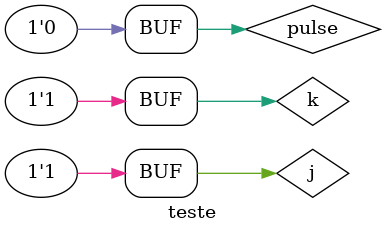
<source format=v>

`include "jkff.v"

module teste;
	wire a, b, c, d, e;
	wire anot, bnot, cnot, dnot, enot; //saidas com valores indeterminados. Nao sei o motivo
	wire an, bn, cn, dn, en;
	wire x, y, w, z;
	reg j, k;
	reg  pulse;

	initial begin
		  j = 1; k = 0;
		 pulse = 1;
	end

	jkff JKFFe (e, enot, j, k, pulse );
	jkff JKFFd (d, dnot, j, k, e );
	jkff JKFFc (c, cnot, j, k, d );
	jkff JKFFb (b, cnot, j, k, c );
	jkff JKFFa (a, cnot, j, k, b );
	not ( an, a );
	not ( bn, b );
	not ( cn, c );
	not ( dn, d );
	not ( en, e );
	
	initial begin
		$monitor ( "%d || %b %b %b %b %b", $time, an, bn, cn, dn, en );
		#1 pulse = 0; j=1; k=1;
		#1 pulse = 1;
		#1 pulse = 0;
		#1 pulse = 1;
		#1 pulse = 0;
		#1 pulse = 1;
		#1 pulse = 0;
		#1 pulse = 1;
		#1 pulse = 0;
		#1 pulse = 1;
		#1 pulse = 0;
		#1 pulse = 1;
		#1 pulse = 0;
		#1 pulse = 1;
		#1 pulse = 0;
		#1 pulse = 1;
		#1 pulse = 0;
		#1 pulse = 1;
		#1 pulse = 0;
		#1 pulse = 1;
		#1 pulse = 0;
		#1 pulse = 1;
		#1 pulse = 0;
		#1 pulse = 1;
		#1 pulse = 0;
		#1 pulse = 1;
		#1 pulse = 0;
		#1 pulse = 1;
		#1 pulse = 0;
		#1 pulse = 1;
		#1 pulse = 0;
		#1 pulse = 1;
		#1 pulse = 0;
		#1 pulse = 1;
		#1 pulse = 0;
		#1 pulse = 1;
		#1 pulse = 0;
		#1 pulse = 1;
		#1 pulse = 0;
		#1 pulse = 1;
		#1 pulse = 0;
		#1 pulse = 1;
		#1 pulse = 0;
		#1 pulse = 1;
		#1 pulse = 0;
		#1 pulse = 1;
		#1 pulse = 0;
		#1 pulse = 1;
		#1 pulse = 0;
		#1 pulse = 1;
		#1 pulse = 0;
		#1 pulse = 1;
		#1 pulse = 0;
		#1 pulse = 1;
		#1 pulse = 0;
		#1 pulse = 1;
		#1 pulse = 0;
		#1 pulse = 1;
		#1 pulse = 0;
		#1 pulse = 1;
		#1 pulse = 0;
		#1 pulse = 1;
		#1 pulse = 0;
	end
endmodule

</source>
